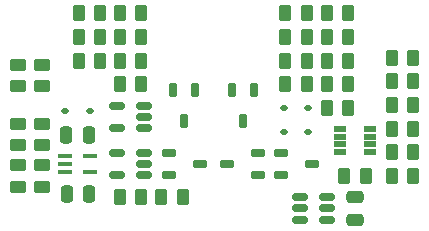
<source format=gbr>
G04 #@! TF.GenerationSoftware,KiCad,Pcbnew,9.0.3*
G04 #@! TF.CreationDate,2025-08-23T22:57:17-07:00*
G04 #@! TF.ProjectId,analog_bms,616e616c-6f67-45f6-926d-732e6b696361,rev?*
G04 #@! TF.SameCoordinates,Original*
G04 #@! TF.FileFunction,Paste,Top*
G04 #@! TF.FilePolarity,Positive*
%FSLAX46Y46*%
G04 Gerber Fmt 4.6, Leading zero omitted, Abs format (unit mm)*
G04 Created by KiCad (PCBNEW 9.0.3) date 2025-08-23 22:57:17*
%MOMM*%
%LPD*%
G01*
G04 APERTURE LIST*
G04 Aperture macros list*
%AMRoundRect*
0 Rectangle with rounded corners*
0 $1 Rounding radius*
0 $2 $3 $4 $5 $6 $7 $8 $9 X,Y pos of 4 corners*
0 Add a 4 corners polygon primitive as box body*
4,1,4,$2,$3,$4,$5,$6,$7,$8,$9,$2,$3,0*
0 Add four circle primitives for the rounded corners*
1,1,$1+$1,$2,$3*
1,1,$1+$1,$4,$5*
1,1,$1+$1,$6,$7*
1,1,$1+$1,$8,$9*
0 Add four rect primitives between the rounded corners*
20,1,$1+$1,$2,$3,$4,$5,0*
20,1,$1+$1,$4,$5,$6,$7,0*
20,1,$1+$1,$6,$7,$8,$9,0*
20,1,$1+$1,$8,$9,$2,$3,0*%
G04 Aperture macros list end*
%ADD10RoundRect,0.250000X0.262500X0.450000X-0.262500X0.450000X-0.262500X-0.450000X0.262500X-0.450000X0*%
%ADD11RoundRect,0.112500X-0.187500X-0.112500X0.187500X-0.112500X0.187500X0.112500X-0.187500X0.112500X0*%
%ADD12RoundRect,0.250000X-0.262500X-0.450000X0.262500X-0.450000X0.262500X0.450000X-0.262500X0.450000X0*%
%ADD13RoundRect,0.150000X0.512500X0.150000X-0.512500X0.150000X-0.512500X-0.150000X0.512500X-0.150000X0*%
%ADD14RoundRect,0.162500X-0.447500X-0.162500X0.447500X-0.162500X0.447500X0.162500X-0.447500X0.162500X0*%
%ADD15RoundRect,0.250000X-0.475000X0.250000X-0.475000X-0.250000X0.475000X-0.250000X0.475000X0.250000X0*%
%ADD16RoundRect,0.250000X0.250000X0.475000X-0.250000X0.475000X-0.250000X-0.475000X0.250000X-0.475000X0*%
%ADD17RoundRect,0.250000X0.450000X-0.262500X0.450000X0.262500X-0.450000X0.262500X-0.450000X-0.262500X0*%
%ADD18RoundRect,0.162500X0.447500X0.162500X-0.447500X0.162500X-0.447500X-0.162500X0.447500X-0.162500X0*%
%ADD19R,1.168400X0.355600*%
%ADD20RoundRect,0.150000X-0.512500X-0.150000X0.512500X-0.150000X0.512500X0.150000X-0.512500X0.150000X0*%
%ADD21RoundRect,0.162500X-0.162500X0.447500X-0.162500X-0.447500X0.162500X-0.447500X0.162500X0.447500X0*%
%ADD22RoundRect,0.250000X-0.450000X0.262500X-0.450000X-0.262500X0.450000X-0.262500X0.450000X0.262500X0*%
%ADD23RoundRect,0.067500X0.457500X0.157500X-0.457500X0.157500X-0.457500X-0.157500X0.457500X-0.157500X0*%
G04 APERTURE END LIST*
D10*
X132912500Y-107250000D03*
X131087500Y-107250000D03*
D11*
X126450000Y-113500000D03*
X128550000Y-113500000D03*
D10*
X146912500Y-107250000D03*
X145087500Y-107250000D03*
X132912500Y-105250000D03*
X131087500Y-105250000D03*
D11*
X144950000Y-115250000D03*
X147050000Y-115250000D03*
D12*
X131087500Y-109250000D03*
X132912500Y-109250000D03*
D10*
X146912500Y-109250000D03*
X145087500Y-109250000D03*
D13*
X133137500Y-114950000D03*
X133137500Y-114000000D03*
X133137500Y-113050000D03*
X130862500Y-113050000D03*
X130862500Y-114950000D03*
D12*
X127587500Y-105250000D03*
X129412500Y-105250000D03*
D10*
X150412500Y-111250000D03*
X148587500Y-111250000D03*
D12*
X131087500Y-120750000D03*
X132912500Y-120750000D03*
D14*
X135260000Y-117050000D03*
X135260000Y-118950000D03*
X137880000Y-118000000D03*
D15*
X151000000Y-120800000D03*
X151000000Y-122700000D03*
D11*
X144950000Y-113250000D03*
X147050000Y-113250000D03*
D10*
X155912500Y-119000000D03*
X154087500Y-119000000D03*
D12*
X148587500Y-107250000D03*
X150412500Y-107250000D03*
D14*
X144760000Y-117050000D03*
X144760000Y-118950000D03*
X147380000Y-118000000D03*
D13*
X133137500Y-118950000D03*
X133137500Y-118000000D03*
X133137500Y-117050000D03*
X130862500Y-117050000D03*
X130862500Y-118950000D03*
D16*
X128450000Y-115500000D03*
X126550000Y-115500000D03*
D12*
X154087500Y-117000000D03*
X155912500Y-117000000D03*
D17*
X124500000Y-111412500D03*
X124500000Y-109587500D03*
D18*
X142740000Y-118950000D03*
X142740000Y-117050000D03*
X140120000Y-118000000D03*
D19*
X126458600Y-117350001D03*
X126458600Y-118000000D03*
X126458600Y-118649999D03*
X128541400Y-118649999D03*
X128541400Y-117350001D03*
D10*
X155912500Y-113000000D03*
X154087500Y-113000000D03*
X132912500Y-111250000D03*
X131087500Y-111250000D03*
D20*
X146362500Y-120800000D03*
X146362500Y-121750000D03*
X146362500Y-122700000D03*
X148637500Y-122700000D03*
X148637500Y-121750000D03*
X148637500Y-120800000D03*
D21*
X142450000Y-111760000D03*
X140550000Y-111760000D03*
X141500000Y-114380000D03*
X137450000Y-111760000D03*
X135550000Y-111760000D03*
X136500000Y-114380000D03*
D22*
X122500000Y-118087500D03*
X122500000Y-119912500D03*
D10*
X150412500Y-105250000D03*
X148587500Y-105250000D03*
D22*
X122500000Y-109587500D03*
X122500000Y-111412500D03*
X124500000Y-114587500D03*
X124500000Y-116412500D03*
D12*
X145087500Y-105250000D03*
X146912500Y-105250000D03*
X150087500Y-119000000D03*
X151912500Y-119000000D03*
X134587500Y-120750000D03*
X136412500Y-120750000D03*
D16*
X128500000Y-120500000D03*
X126600000Y-120500000D03*
D12*
X127587500Y-107250000D03*
X129412500Y-107250000D03*
D10*
X150412500Y-113250000D03*
X148587500Y-113250000D03*
D23*
X152300000Y-116975000D03*
X152300000Y-116325000D03*
X152300000Y-115675000D03*
X152300000Y-115025000D03*
X149700000Y-115025000D03*
X149700000Y-115675000D03*
X149700000Y-116325000D03*
X149700000Y-116975000D03*
D22*
X124500000Y-118087500D03*
X124500000Y-119912500D03*
D12*
X145087500Y-111250000D03*
X146912500Y-111250000D03*
D10*
X155912500Y-111000000D03*
X154087500Y-111000000D03*
X155912500Y-109000000D03*
X154087500Y-109000000D03*
D12*
X148587500Y-109250000D03*
X150412500Y-109250000D03*
D22*
X122500000Y-114587500D03*
X122500000Y-116412500D03*
D10*
X129412500Y-109250000D03*
X127587500Y-109250000D03*
X155912500Y-115000000D03*
X154087500Y-115000000D03*
M02*

</source>
